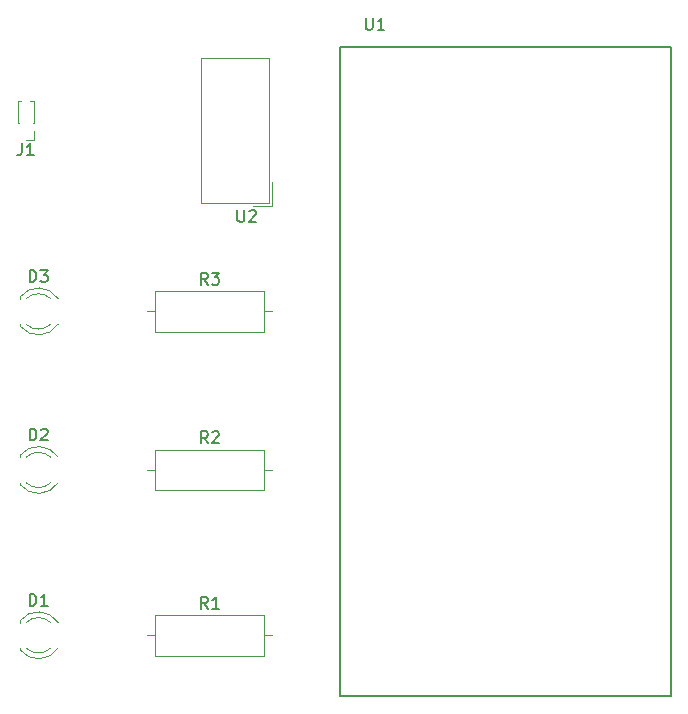
<source format=gbr>
%TF.GenerationSoftware,KiCad,Pcbnew,(6.0.8)*%
%TF.CreationDate,2022-11-02T08:43:43+01:00*%
%TF.ProjectId,project_capteur_CO2,70726f6a-6563-4745-9f63-617074657572,rev?*%
%TF.SameCoordinates,Original*%
%TF.FileFunction,Legend,Top*%
%TF.FilePolarity,Positive*%
%FSLAX46Y46*%
G04 Gerber Fmt 4.6, Leading zero omitted, Abs format (unit mm)*
G04 Created by KiCad (PCBNEW (6.0.8)) date 2022-11-02 08:43:43*
%MOMM*%
%LPD*%
G01*
G04 APERTURE LIST*
%ADD10C,0.150000*%
%ADD11C,0.120000*%
%ADD12C,0.127000*%
G04 APERTURE END LIST*
D10*
%TO.C,J1*%
X185086666Y-54352380D02*
X185086666Y-55066666D01*
X185039047Y-55209523D01*
X184943809Y-55304761D01*
X184800952Y-55352380D01*
X184705714Y-55352380D01*
X186086666Y-55352380D02*
X185515238Y-55352380D01*
X185800952Y-55352380D02*
X185800952Y-54352380D01*
X185705714Y-54495238D01*
X185610476Y-54590476D01*
X185515238Y-54638095D01*
%TO.C,U1*%
X214223095Y-43727380D02*
X214223095Y-44536904D01*
X214270714Y-44632142D01*
X214318333Y-44679761D01*
X214413571Y-44727380D01*
X214604047Y-44727380D01*
X214699285Y-44679761D01*
X214746904Y-44632142D01*
X214794523Y-44536904D01*
X214794523Y-43727380D01*
X215794523Y-44727380D02*
X215223095Y-44727380D01*
X215508809Y-44727380D02*
X215508809Y-43727380D01*
X215413571Y-43870238D01*
X215318333Y-43965476D01*
X215223095Y-44013095D01*
%TO.C,D3*%
X185756904Y-66072380D02*
X185756904Y-65072380D01*
X185995000Y-65072380D01*
X186137857Y-65120000D01*
X186233095Y-65215238D01*
X186280714Y-65310476D01*
X186328333Y-65500952D01*
X186328333Y-65643809D01*
X186280714Y-65834285D01*
X186233095Y-65929523D01*
X186137857Y-66024761D01*
X185995000Y-66072380D01*
X185756904Y-66072380D01*
X186661666Y-65072380D02*
X187280714Y-65072380D01*
X186947380Y-65453333D01*
X187090238Y-65453333D01*
X187185476Y-65500952D01*
X187233095Y-65548571D01*
X187280714Y-65643809D01*
X187280714Y-65881904D01*
X187233095Y-65977142D01*
X187185476Y-66024761D01*
X187090238Y-66072380D01*
X186804523Y-66072380D01*
X186709285Y-66024761D01*
X186661666Y-65977142D01*
%TO.C,D2*%
X185756904Y-79492380D02*
X185756904Y-78492380D01*
X185995000Y-78492380D01*
X186137857Y-78540000D01*
X186233095Y-78635238D01*
X186280714Y-78730476D01*
X186328333Y-78920952D01*
X186328333Y-79063809D01*
X186280714Y-79254285D01*
X186233095Y-79349523D01*
X186137857Y-79444761D01*
X185995000Y-79492380D01*
X185756904Y-79492380D01*
X186709285Y-78587619D02*
X186756904Y-78540000D01*
X186852142Y-78492380D01*
X187090238Y-78492380D01*
X187185476Y-78540000D01*
X187233095Y-78587619D01*
X187280714Y-78682857D01*
X187280714Y-78778095D01*
X187233095Y-78920952D01*
X186661666Y-79492380D01*
X187280714Y-79492380D01*
%TO.C,D1*%
X185756904Y-93492380D02*
X185756904Y-92492380D01*
X185995000Y-92492380D01*
X186137857Y-92540000D01*
X186233095Y-92635238D01*
X186280714Y-92730476D01*
X186328333Y-92920952D01*
X186328333Y-93063809D01*
X186280714Y-93254285D01*
X186233095Y-93349523D01*
X186137857Y-93444761D01*
X185995000Y-93492380D01*
X185756904Y-93492380D01*
X187280714Y-93492380D02*
X186709285Y-93492380D01*
X186995000Y-93492380D02*
X186995000Y-92492380D01*
X186899761Y-92635238D01*
X186804523Y-92730476D01*
X186709285Y-92778095D01*
%TO.C,R3*%
X200833333Y-66312380D02*
X200500000Y-65836190D01*
X200261904Y-66312380D02*
X200261904Y-65312380D01*
X200642857Y-65312380D01*
X200738095Y-65360000D01*
X200785714Y-65407619D01*
X200833333Y-65502857D01*
X200833333Y-65645714D01*
X200785714Y-65740952D01*
X200738095Y-65788571D01*
X200642857Y-65836190D01*
X200261904Y-65836190D01*
X201166666Y-65312380D02*
X201785714Y-65312380D01*
X201452380Y-65693333D01*
X201595238Y-65693333D01*
X201690476Y-65740952D01*
X201738095Y-65788571D01*
X201785714Y-65883809D01*
X201785714Y-66121904D01*
X201738095Y-66217142D01*
X201690476Y-66264761D01*
X201595238Y-66312380D01*
X201309523Y-66312380D01*
X201214285Y-66264761D01*
X201166666Y-66217142D01*
%TO.C,R2*%
X200833333Y-79732380D02*
X200500000Y-79256190D01*
X200261904Y-79732380D02*
X200261904Y-78732380D01*
X200642857Y-78732380D01*
X200738095Y-78780000D01*
X200785714Y-78827619D01*
X200833333Y-78922857D01*
X200833333Y-79065714D01*
X200785714Y-79160952D01*
X200738095Y-79208571D01*
X200642857Y-79256190D01*
X200261904Y-79256190D01*
X201214285Y-78827619D02*
X201261904Y-78780000D01*
X201357142Y-78732380D01*
X201595238Y-78732380D01*
X201690476Y-78780000D01*
X201738095Y-78827619D01*
X201785714Y-78922857D01*
X201785714Y-79018095D01*
X201738095Y-79160952D01*
X201166666Y-79732380D01*
X201785714Y-79732380D01*
%TO.C,R1*%
X200833333Y-93732380D02*
X200500000Y-93256190D01*
X200261904Y-93732380D02*
X200261904Y-92732380D01*
X200642857Y-92732380D01*
X200738095Y-92780000D01*
X200785714Y-92827619D01*
X200833333Y-92922857D01*
X200833333Y-93065714D01*
X200785714Y-93160952D01*
X200738095Y-93208571D01*
X200642857Y-93256190D01*
X200261904Y-93256190D01*
X201785714Y-93732380D02*
X201214285Y-93732380D01*
X201500000Y-93732380D02*
X201500000Y-92732380D01*
X201404761Y-92875238D01*
X201309523Y-92970476D01*
X201214285Y-93018095D01*
%TO.C,U2*%
X203340595Y-60004880D02*
X203340595Y-60814404D01*
X203388214Y-60909642D01*
X203435833Y-60957261D01*
X203531071Y-61004880D01*
X203721547Y-61004880D01*
X203816785Y-60957261D01*
X203864404Y-60909642D01*
X203912023Y-60814404D01*
X203912023Y-60004880D01*
X204340595Y-60100119D02*
X204388214Y-60052500D01*
X204483452Y-60004880D01*
X204721547Y-60004880D01*
X204816785Y-60052500D01*
X204864404Y-60100119D01*
X204912023Y-60195357D01*
X204912023Y-60290595D01*
X204864404Y-60433452D01*
X204292976Y-61004880D01*
X204912023Y-61004880D01*
D11*
%TO.C,J1*%
X186115000Y-53340000D02*
X186115000Y-54025000D01*
X186115000Y-52655000D02*
X186115000Y-50780000D01*
X185025507Y-50780000D02*
X184725000Y-50780000D01*
X186115000Y-50780000D02*
X185814493Y-50780000D01*
X186115000Y-54025000D02*
X185420000Y-54025000D01*
X184811724Y-52655000D02*
X184725000Y-52655000D01*
X186115000Y-52655000D02*
X186028276Y-52655000D01*
X184725000Y-52655000D02*
X184725000Y-50780000D01*
D12*
%TO.C,U1*%
X212060000Y-46160000D02*
X212060000Y-101160000D01*
X212060000Y-46160000D02*
X240060000Y-46160000D01*
X240060000Y-46160000D02*
X240060000Y-101160000D01*
X212060000Y-101160000D02*
X240060000Y-101160000D01*
D11*
%TO.C,D3*%
X184935000Y-67344000D02*
X184935000Y-67500000D01*
X184935000Y-69660000D02*
X184935000Y-69816000D01*
X187536130Y-67500163D02*
G75*
G03*
X185454039Y-67500000I-1041130J-1079837D01*
G01*
X184935000Y-69815516D02*
G75*
G03*
X188167335Y-69658608I1560000J1235516D01*
G01*
X185454039Y-69660000D02*
G75*
G03*
X187536130Y-69659837I1040961J1080000D01*
G01*
X188167335Y-67501392D02*
G75*
G03*
X184935000Y-67344484I-1672335J-1078608D01*
G01*
%TO.C,D2*%
X184935000Y-80764000D02*
X184935000Y-80920000D01*
X184935000Y-83080000D02*
X184935000Y-83236000D01*
X187536130Y-80920163D02*
G75*
G03*
X185454039Y-80920000I-1041130J-1079837D01*
G01*
X184935000Y-83235516D02*
G75*
G03*
X188167335Y-83078608I1560000J1235516D01*
G01*
X185454039Y-83080000D02*
G75*
G03*
X187536130Y-83079837I1040961J1080000D01*
G01*
X188167335Y-80921392D02*
G75*
G03*
X184935000Y-80764484I-1672335J-1078608D01*
G01*
%TO.C,D1*%
X184935000Y-94764000D02*
X184935000Y-94920000D01*
X184935000Y-97080000D02*
X184935000Y-97236000D01*
X187536130Y-94920163D02*
G75*
G03*
X185454039Y-94920000I-1041130J-1079837D01*
G01*
X184935000Y-97235516D02*
G75*
G03*
X188167335Y-97078608I1560000J1235516D01*
G01*
X185454039Y-97080000D02*
G75*
G03*
X187536130Y-97079837I1040961J1080000D01*
G01*
X188167335Y-94921392D02*
G75*
G03*
X184935000Y-94764484I-1672335J-1078608D01*
G01*
%TO.C,R3*%
X196380000Y-66860000D02*
X196380000Y-70300000D01*
X195690000Y-68580000D02*
X196380000Y-68580000D01*
X206310000Y-68580000D02*
X205620000Y-68580000D01*
X205620000Y-70300000D02*
X205620000Y-66860000D01*
X196380000Y-70300000D02*
X205620000Y-70300000D01*
X205620000Y-66860000D02*
X196380000Y-66860000D01*
%TO.C,R2*%
X196380000Y-80280000D02*
X196380000Y-83720000D01*
X195690000Y-82000000D02*
X196380000Y-82000000D01*
X206310000Y-82000000D02*
X205620000Y-82000000D01*
X205620000Y-83720000D02*
X205620000Y-80280000D01*
X196380000Y-83720000D02*
X205620000Y-83720000D01*
X205620000Y-80280000D02*
X196380000Y-80280000D01*
%TO.C,R1*%
X196380000Y-94280000D02*
X196380000Y-97720000D01*
X195690000Y-96000000D02*
X196380000Y-96000000D01*
X206310000Y-96000000D02*
X205620000Y-96000000D01*
X205620000Y-97720000D02*
X205620000Y-94280000D01*
X196380000Y-97720000D02*
X205620000Y-97720000D01*
X205620000Y-94280000D02*
X196380000Y-94280000D01*
%TO.C,U2*%
X200222500Y-47112500D02*
X205982500Y-47112500D01*
X200222500Y-59372500D02*
X200222500Y-47112500D01*
X205972500Y-59372500D02*
X200232500Y-59372500D01*
X206262500Y-59652500D02*
X204652500Y-59652500D01*
X205982500Y-47112500D02*
X205982500Y-59362500D01*
X206262500Y-59652500D02*
X206262500Y-57652500D01*
%TD*%
M02*

</source>
